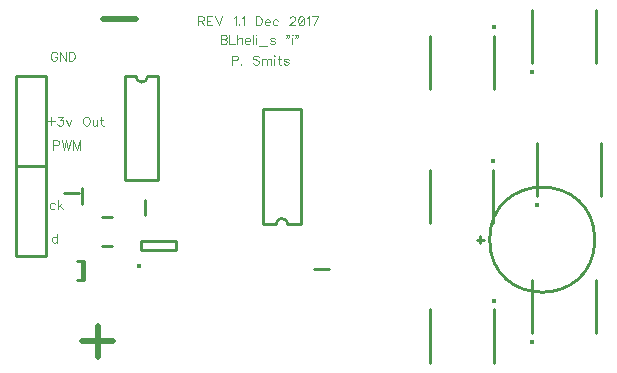
<source format=gto>
G04 DipTrace 3.0.0.2*
G04 silbasmp6531BIG.GTO*
%MOIN*%
G04 #@! TF.FileFunction,Legend,Top*
G04 #@! TF.Part,Single*
%ADD10C,0.009843*%
%ADD29C,0.015742*%
%ADD33C,0.015401*%
%ADD82C,0.018527*%
%ADD83C,0.004632*%
%FSLAX26Y26*%
G04*
G70*
G90*
G75*
G01*
G04 TopSilk*
%LPD*%
X879060Y967123D2*
D10*
Y1018265D1*
X1997138Y874627D2*
Y898244D1*
X1985342Y886436D2*
X2008974D1*
X2028163D2*
G02X2028163Y886436I175198J0D01*
G01*
X669396Y1006539D2*
Y1057681D1*
X1494159Y787530D2*
X1443017D1*
X659455Y1042711D2*
X608314D1*
X675328Y751367D2*
X651769D1*
X675328Y814297D2*
X651769D1*
X667914D2*
Y751367D1*
X675363Y814297D2*
Y751367D1*
X549940Y832822D2*
X449940D1*
Y1132822D1*
X549940D2*
X449940D1*
X549940Y832822D2*
Y1132822D1*
X449940Y1132790D1*
Y1432790D1*
X549940D2*
X449940D1*
X549940Y1132790D2*
Y1432790D1*
X769136Y963285D2*
X737652D1*
X769136Y864852D2*
X737652D1*
X2040948Y1119771D2*
Y942600D1*
X1828346Y1119771D2*
Y942600D1*
D29*
X2040948Y1147315D3*
X2187207Y1030696D2*
D10*
Y1207867D1*
X2399808Y1030696D2*
Y1207867D1*
D29*
X2187207Y1003152D3*
X2043583Y653705D2*
D10*
Y476535D1*
X1830982Y653705D2*
Y476535D1*
D29*
X2043583Y681250D3*
X2168459Y574494D2*
D10*
Y751665D1*
X2381060Y574494D2*
Y751665D1*
D29*
X2168459Y546950D3*
X2043583Y1566110D2*
D10*
Y1388939D1*
X1830982Y1566110D2*
Y1388939D1*
D29*
X2043583Y1593654D3*
X2168459Y1474399D2*
D10*
Y1651570D1*
X2381060Y1474399D2*
Y1651570D1*
D29*
X2168459Y1446855D3*
X813608Y1430987D2*
D10*
Y1084530D1*
X923822Y1430987D2*
Y1084530D1*
X813608D2*
X923822D1*
X813608Y1430987D2*
X849042D1*
X888388D2*
X923822D1*
X849042D2*
G03X888388Y1430987I19673J-6D01*
G01*
D33*
X860485Y797453D3*
X865748Y851519D2*
D10*
X983856D1*
X865748Y883009D2*
X983856D1*
Y851519D2*
Y883009D1*
X865748Y851519D2*
Y883009D1*
X1398649Y937508D2*
Y1323295D1*
X1272677Y937508D2*
Y1323295D1*
X1398649D2*
X1272677D1*
X1398649Y937508D2*
X1355351D1*
X1315974D2*
X1272677D1*
X1355351D2*
G03X1315974Y937508I-19689J-52D01*
G01*
X721235Y600112D2*
D82*
Y496780D1*
X669635Y548380D2*
X772967D1*
X740729Y1622683D2*
X849765D1*
X1131123Y1568640D2*
D83*
Y1538496D1*
X1144056D1*
X1148367Y1539955D1*
X1149793Y1541381D1*
X1151219Y1544233D1*
Y1548544D1*
X1149793Y1551429D1*
X1148367Y1552855D1*
X1144056Y1554281D1*
X1148367Y1555740D1*
X1149793Y1557166D1*
X1151219Y1560018D1*
Y1562903D1*
X1149793Y1565755D1*
X1148367Y1567214D1*
X1144056Y1568640D1*
X1131123D1*
Y1554281D2*
X1144056D1*
X1160483Y1568640D2*
Y1538496D1*
X1177693D1*
X1186957Y1568640D2*
Y1538496D1*
Y1552855D2*
X1191268Y1557166D1*
X1194153Y1558592D1*
X1198464D1*
X1201316Y1557166D1*
X1202742Y1552855D1*
Y1538496D1*
X1212006Y1549970D2*
X1229216D1*
Y1552855D1*
X1227791Y1555740D1*
X1226365Y1557166D1*
X1223479Y1558592D1*
X1219168D1*
X1216317Y1557166D1*
X1213431Y1554281D1*
X1212006Y1549970D1*
Y1547118D1*
X1213431Y1542807D1*
X1216317Y1539955D1*
X1219168Y1538496D1*
X1223479D1*
X1226365Y1539955D1*
X1229216Y1542807D1*
X1238480Y1568640D2*
Y1538496D1*
X1247744Y1568640D2*
X1249170Y1567214D1*
X1250629Y1568640D1*
X1249170Y1570099D1*
X1247744Y1568640D1*
X1249170Y1558592D2*
Y1538496D1*
X1259892Y1533521D2*
X1287151D1*
X1312200Y1554281D2*
X1310774Y1557166D1*
X1306463Y1558592D1*
X1302152D1*
X1297841Y1557166D1*
X1296415Y1554281D1*
X1297841Y1551429D1*
X1300726Y1549970D1*
X1307889Y1548544D1*
X1310774Y1547118D1*
X1312200Y1544233D1*
Y1542807D1*
X1310774Y1539955D1*
X1306463Y1538496D1*
X1302152D1*
X1297841Y1539955D1*
X1296415Y1542807D1*
X1352083Y1565722D2*
X1350624Y1567181D1*
X1352083Y1568607D1*
X1353509Y1567181D1*
Y1564296D1*
X1352083Y1561444D1*
X1350624Y1559985D1*
X1357820Y1565722D2*
X1356361Y1567181D1*
X1357820Y1568607D1*
X1359246Y1567181D1*
Y1564296D1*
X1357820Y1561444D1*
X1356361Y1559985D1*
X1368509Y1568640D2*
X1369935Y1567214D1*
X1371394Y1568640D1*
X1369935Y1570099D1*
X1368509Y1568640D1*
X1369935Y1558592D2*
Y1538496D1*
X1382117Y1565722D2*
X1380658Y1567181D1*
X1382117Y1568607D1*
X1383543Y1567181D1*
Y1564296D1*
X1382117Y1561444D1*
X1380658Y1559985D1*
X1387854Y1565722D2*
X1386395Y1567181D1*
X1387854Y1568607D1*
X1389280Y1567181D1*
Y1564296D1*
X1387854Y1561444D1*
X1386395Y1559985D1*
X586522Y1506010D2*
X585096Y1508862D1*
X582211Y1511747D1*
X579359Y1513173D1*
X573622D1*
X570737Y1511747D1*
X567885Y1508862D1*
X566426Y1506010D1*
X565000Y1501699D1*
Y1494503D1*
X566426Y1490225D1*
X567885Y1487340D1*
X570737Y1484488D1*
X573622Y1483029D1*
X579359D1*
X582211Y1484488D1*
X585096Y1487340D1*
X586522Y1490225D1*
Y1494503D1*
X579359D1*
X615881Y1513173D2*
Y1483029D1*
X595785Y1513173D1*
Y1483029D1*
X625145Y1513173D2*
Y1483029D1*
X635193D1*
X639504Y1484488D1*
X642389Y1487340D1*
X643815Y1490225D1*
X645241Y1494503D1*
Y1501699D1*
X643815Y1506010D1*
X642389Y1508862D1*
X639504Y1511747D1*
X635193Y1513173D1*
X625145D1*
X565351Y1294624D2*
Y1268791D1*
X552451Y1281691D2*
X578284D1*
X590433Y1296763D2*
X606184D1*
X597596Y1285289D1*
X601907D1*
X604759Y1283863D1*
X606184Y1282437D1*
X607644Y1278126D1*
Y1275274D1*
X606184Y1270963D1*
X603333Y1268078D1*
X599022Y1266652D1*
X594711D1*
X590433Y1268078D1*
X589007Y1269537D1*
X587548Y1272389D1*
X616907Y1286748D2*
X625529Y1266652D1*
X634118Y1286748D1*
X681164Y1296796D2*
X678279Y1295370D1*
X675427Y1292485D1*
X673968Y1289633D1*
X672542Y1285322D1*
Y1278126D1*
X673968Y1273848D1*
X675427Y1270963D1*
X678279Y1268111D1*
X681164Y1266652D1*
X686901D1*
X689753Y1268111D1*
X692638Y1270963D1*
X694064Y1273848D1*
X695490Y1278126D1*
Y1285322D1*
X694064Y1289633D1*
X692638Y1292485D1*
X689753Y1295370D1*
X686901Y1296796D1*
X681164D1*
X704754Y1286748D2*
Y1272389D1*
X706180Y1268111D1*
X709065Y1266652D1*
X713376D1*
X716228Y1268111D1*
X720539Y1272389D1*
Y1286748D2*
Y1266652D1*
X734113Y1296796D2*
Y1272389D1*
X735539Y1268111D1*
X738424Y1266652D1*
X741276D1*
X729802Y1286748D2*
X739850D1*
X573401Y1201224D2*
X586334D1*
X590612Y1202649D1*
X592071Y1204109D1*
X593497Y1206961D1*
Y1211272D1*
X592071Y1214123D1*
X590612Y1215583D1*
X586334Y1217009D1*
X573401D1*
Y1186865D1*
X602761Y1217009D2*
X609957Y1186865D1*
X617120Y1217009D1*
X624283Y1186865D1*
X631479Y1217009D1*
X663690Y1186865D2*
Y1217009D1*
X652216Y1186865D1*
X640742Y1217009D1*
Y1186865D1*
X1168619Y1484112D2*
X1181552D1*
X1185830Y1485538D1*
X1187289Y1486997D1*
X1188715Y1489849D1*
Y1494160D1*
X1187289Y1497012D1*
X1185830Y1498471D1*
X1181552Y1499897D1*
X1168619D1*
Y1469753D1*
X1199405Y1472638D2*
X1197979Y1471179D1*
X1199405Y1469753D1*
X1200864Y1471179D1*
X1199405Y1472638D1*
X1259384Y1495586D2*
X1256532Y1498471D1*
X1252221Y1499897D1*
X1246484D1*
X1242173Y1498471D1*
X1239288Y1495586D1*
Y1492734D1*
X1240747Y1489849D1*
X1242173Y1488423D1*
X1245025Y1486997D1*
X1253647Y1484112D1*
X1256532Y1482686D1*
X1257958Y1481227D1*
X1259384Y1478375D1*
Y1474064D1*
X1256532Y1471212D1*
X1252221Y1469753D1*
X1246484D1*
X1242173Y1471212D1*
X1239288Y1474064D1*
X1268647Y1489849D2*
Y1469753D1*
Y1484112D2*
X1272958Y1488423D1*
X1275843Y1489849D1*
X1280121D1*
X1283006Y1488423D1*
X1284432Y1484112D1*
Y1469753D1*
Y1484112D2*
X1288743Y1488423D1*
X1291628Y1489849D1*
X1295906D1*
X1298791Y1488423D1*
X1300250Y1484112D1*
Y1469753D1*
X1309514Y1499897D2*
X1310940Y1498471D1*
X1312399Y1499897D1*
X1310940Y1501356D1*
X1309514Y1499897D1*
X1310940Y1489849D2*
Y1469753D1*
X1325974Y1499897D2*
Y1475490D1*
X1327400Y1471212D1*
X1330285Y1469753D1*
X1333137D1*
X1321663Y1489849D2*
X1331711D1*
X1358185Y1485538D2*
X1356759Y1488423D1*
X1352448Y1489849D1*
X1348137D1*
X1343826Y1488423D1*
X1342400Y1485538D1*
X1343826Y1482686D1*
X1346711Y1481227D1*
X1353874Y1479801D1*
X1356759Y1478375D1*
X1358185Y1475490D1*
Y1474064D1*
X1356759Y1471212D1*
X1352448Y1469753D1*
X1348137D1*
X1343826Y1471212D1*
X1342400Y1474064D1*
X1056131Y1616774D2*
X1069031D1*
X1073342Y1618233D1*
X1074801Y1619659D1*
X1076227Y1622511D1*
Y1625396D1*
X1074801Y1628248D1*
X1073342Y1629707D1*
X1069031Y1631133D1*
X1056131D1*
Y1600989D1*
X1066179Y1616774D2*
X1076227Y1600989D1*
X1104127Y1631133D2*
X1085490D1*
Y1600989D1*
X1104127D1*
X1085490Y1616774D2*
X1096964D1*
X1113391Y1631133D2*
X1124865Y1600989D1*
X1136339Y1631133D1*
X1174763Y1625363D2*
X1177648Y1626822D1*
X1181959Y1631100D1*
Y1600989D1*
X1192648Y1603874D2*
X1191223Y1602415D1*
X1192648Y1600989D1*
X1194108Y1602415D1*
X1192648Y1603874D1*
X1203371Y1625363D2*
X1206256Y1626822D1*
X1210567Y1631100D1*
Y1600989D1*
X1248991Y1631133D2*
Y1600989D1*
X1259039D1*
X1263350Y1602448D1*
X1266235Y1605300D1*
X1267661Y1608185D1*
X1269087Y1612463D1*
Y1619659D1*
X1267661Y1623970D1*
X1266235Y1626822D1*
X1263350Y1629707D1*
X1259039Y1631133D1*
X1248991D1*
X1278351Y1612463D2*
X1295562D1*
Y1615348D1*
X1294136Y1618233D1*
X1292710Y1619659D1*
X1289825Y1621085D1*
X1285514D1*
X1282662Y1619659D1*
X1279777Y1616774D1*
X1278351Y1612463D1*
Y1609611D1*
X1279777Y1605300D1*
X1282662Y1602448D1*
X1285514Y1600989D1*
X1289825D1*
X1292710Y1602448D1*
X1295562Y1605300D1*
X1322069Y1616774D2*
X1319184Y1619659D1*
X1316299Y1621085D1*
X1312021D1*
X1309136Y1619659D1*
X1306284Y1616774D1*
X1304825Y1612463D1*
Y1609611D1*
X1306284Y1605300D1*
X1309136Y1602448D1*
X1312021Y1600989D1*
X1316299D1*
X1319184Y1602448D1*
X1322069Y1605300D1*
X1361953Y1623937D2*
Y1625363D1*
X1363379Y1628248D1*
X1364805Y1629674D1*
X1367690Y1631100D1*
X1373427D1*
X1376279Y1629674D1*
X1377705Y1628248D1*
X1379164Y1625363D1*
Y1622511D1*
X1377705Y1619626D1*
X1374853Y1615348D1*
X1360494Y1600989D1*
X1380590D1*
X1398475Y1631100D2*
X1394164Y1629674D1*
X1391279Y1625363D1*
X1389853Y1618200D1*
Y1613889D1*
X1391279Y1606726D1*
X1394164Y1602415D1*
X1398475Y1600989D1*
X1401327D1*
X1405638Y1602415D1*
X1408490Y1606726D1*
X1409949Y1613889D1*
Y1618200D1*
X1408490Y1625363D1*
X1405638Y1629674D1*
X1401327Y1631100D1*
X1398475D1*
X1408490Y1625363D2*
X1391279Y1606726D1*
X1419213Y1625363D2*
X1422098Y1626822D1*
X1426409Y1631100D1*
Y1600989D1*
X1441409D2*
X1455768Y1631100D1*
X1435672D1*
X579677Y1004338D2*
X576792Y1007224D1*
X573907Y1008649D1*
X569629D1*
X566744Y1007224D1*
X563892Y1004338D1*
X562433Y1000027D1*
Y997176D1*
X563892Y992865D1*
X566744Y990013D1*
X569629Y988553D1*
X573907D1*
X576792Y990013D1*
X579677Y992865D1*
X588940Y1018697D2*
Y988553D1*
X603299Y1008649D2*
X588940Y994290D1*
X594677Y1000027D2*
X604725Y988553D1*
X585893Y906209D2*
Y876065D1*
Y891850D2*
X583041Y894735D1*
X580156Y896161D1*
X575845D1*
X572993Y894735D1*
X570108Y891850D1*
X568682Y887539D1*
Y884687D1*
X570108Y880376D1*
X572993Y877524D1*
X575845Y876065D1*
X580156D1*
X583041Y877524D1*
X585893Y880376D1*
M02*

</source>
